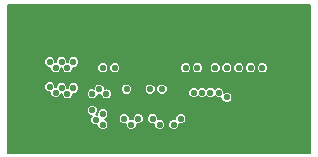
<source format=gbr>
G04 #@! TF.FileFunction,Copper,L2,Inr,Signal*
%FSLAX46Y46*%
G04 Gerber Fmt 4.6, Leading zero omitted, Abs format (unit mm)*
G04 Created by KiCad (PCBNEW 0.201502211246+5439~21~ubuntu14.04.1-product) date lör 21 feb 2015 23:28:31*
%MOMM*%
G01*
G04 APERTURE LIST*
%ADD10C,0.100000*%
%ADD11C,0.558800*%
%ADD12C,0.127000*%
G04 APERTURE END LIST*
D10*
D11*
X134000000Y-46100000D03*
X133700000Y-51400000D03*
X133100000Y-50900000D03*
X143300000Y-51000000D03*
X137900000Y-51000000D03*
X136100000Y-51400000D03*
X140300000Y-51000000D03*
X139700000Y-51400000D03*
X133400000Y-53400000D03*
X131500000Y-53300000D03*
X127500000Y-46600000D03*
X130500000Y-46600000D03*
X131000000Y-46100000D03*
X131500000Y-46600000D03*
X147000000Y-46600000D03*
X146500000Y-46100000D03*
X142500000Y-46100000D03*
X141500000Y-46100000D03*
X140000000Y-46100000D03*
X138500000Y-46600000D03*
X137000000Y-46600000D03*
X135500000Y-46600000D03*
X132200000Y-48400000D03*
X132800000Y-48800000D03*
X131600000Y-48800000D03*
X131900000Y-51000000D03*
X128000000Y-46100000D03*
X128500000Y-46600000D03*
X129000000Y-46100000D03*
X129500000Y-46600000D03*
X130000000Y-46100000D03*
X130000000Y-48300000D03*
X129500000Y-48800000D03*
X129000000Y-48300000D03*
X128500000Y-48700000D03*
X128000000Y-48200000D03*
X132500000Y-50500000D03*
X131600000Y-50200000D03*
X132500000Y-51400000D03*
X133500000Y-46600000D03*
X134900000Y-51400000D03*
X134500000Y-48400000D03*
X135500000Y-50900000D03*
X136500000Y-48400000D03*
X136700000Y-50900000D03*
X137500000Y-48400000D03*
X137300000Y-51400000D03*
X138500000Y-51400000D03*
X139500000Y-46600000D03*
X140500000Y-46600000D03*
X139100000Y-50900000D03*
X140200000Y-48700000D03*
X140900000Y-48700000D03*
X143000000Y-46600000D03*
X142000000Y-46600000D03*
X141600000Y-48700000D03*
X144000000Y-46600000D03*
X145000000Y-46600000D03*
X142300000Y-48700000D03*
X143000000Y-49100000D03*
X146000000Y-46600000D03*
X132500000Y-46600000D03*
X134300000Y-50900000D03*
D12*
G36*
X150009500Y-53759500D02*
X146469982Y-53759500D01*
X146469982Y-46506941D01*
X146398594Y-46334171D01*
X146266525Y-46201870D01*
X146093879Y-46130182D01*
X145906941Y-46130018D01*
X145734171Y-46201406D01*
X145601870Y-46333475D01*
X145530182Y-46506121D01*
X145530018Y-46693059D01*
X145601406Y-46865829D01*
X145733475Y-46998130D01*
X145906121Y-47069818D01*
X146093059Y-47069982D01*
X146265829Y-46998594D01*
X146398130Y-46866525D01*
X146469818Y-46693879D01*
X146469982Y-46506941D01*
X146469982Y-53759500D01*
X145469982Y-53759500D01*
X145469982Y-46506941D01*
X145398594Y-46334171D01*
X145266525Y-46201870D01*
X145093879Y-46130182D01*
X144906941Y-46130018D01*
X144734171Y-46201406D01*
X144601870Y-46333475D01*
X144530182Y-46506121D01*
X144530018Y-46693059D01*
X144601406Y-46865829D01*
X144733475Y-46998130D01*
X144906121Y-47069818D01*
X145093059Y-47069982D01*
X145265829Y-46998594D01*
X145398130Y-46866525D01*
X145469818Y-46693879D01*
X145469982Y-46506941D01*
X145469982Y-53759500D01*
X144469982Y-53759500D01*
X144469982Y-46506941D01*
X144398594Y-46334171D01*
X144266525Y-46201870D01*
X144093879Y-46130182D01*
X143906941Y-46130018D01*
X143734171Y-46201406D01*
X143601870Y-46333475D01*
X143530182Y-46506121D01*
X143530018Y-46693059D01*
X143601406Y-46865829D01*
X143733475Y-46998130D01*
X143906121Y-47069818D01*
X144093059Y-47069982D01*
X144265829Y-46998594D01*
X144398130Y-46866525D01*
X144469818Y-46693879D01*
X144469982Y-46506941D01*
X144469982Y-53759500D01*
X143469982Y-53759500D01*
X143469982Y-49006941D01*
X143469982Y-46506941D01*
X143398594Y-46334171D01*
X143266525Y-46201870D01*
X143093879Y-46130182D01*
X142906941Y-46130018D01*
X142734171Y-46201406D01*
X142601870Y-46333475D01*
X142530182Y-46506121D01*
X142530018Y-46693059D01*
X142601406Y-46865829D01*
X142733475Y-46998130D01*
X142906121Y-47069818D01*
X143093059Y-47069982D01*
X143265829Y-46998594D01*
X143398130Y-46866525D01*
X143469818Y-46693879D01*
X143469982Y-46506941D01*
X143469982Y-49006941D01*
X143398594Y-48834171D01*
X143266525Y-48701870D01*
X143093879Y-48630182D01*
X142906941Y-48630018D01*
X142769912Y-48686637D01*
X142769982Y-48606941D01*
X142698594Y-48434171D01*
X142566525Y-48301870D01*
X142469982Y-48261782D01*
X142469982Y-46506941D01*
X142398594Y-46334171D01*
X142266525Y-46201870D01*
X142093879Y-46130182D01*
X141906941Y-46130018D01*
X141734171Y-46201406D01*
X141601870Y-46333475D01*
X141530182Y-46506121D01*
X141530018Y-46693059D01*
X141601406Y-46865829D01*
X141733475Y-46998130D01*
X141906121Y-47069818D01*
X142093059Y-47069982D01*
X142265829Y-46998594D01*
X142398130Y-46866525D01*
X142469818Y-46693879D01*
X142469982Y-46506941D01*
X142469982Y-48261782D01*
X142393879Y-48230182D01*
X142206941Y-48230018D01*
X142034171Y-48301406D01*
X141949968Y-48385460D01*
X141866525Y-48301870D01*
X141693879Y-48230182D01*
X141506941Y-48230018D01*
X141334171Y-48301406D01*
X141249968Y-48385460D01*
X141166525Y-48301870D01*
X140993879Y-48230182D01*
X140969982Y-48230161D01*
X140969982Y-46506941D01*
X140898594Y-46334171D01*
X140766525Y-46201870D01*
X140593879Y-46130182D01*
X140406941Y-46130018D01*
X140234171Y-46201406D01*
X140101870Y-46333475D01*
X140030182Y-46506121D01*
X140030018Y-46693059D01*
X140101406Y-46865829D01*
X140233475Y-46998130D01*
X140406121Y-47069818D01*
X140593059Y-47069982D01*
X140765829Y-46998594D01*
X140898130Y-46866525D01*
X140969818Y-46693879D01*
X140969982Y-46506941D01*
X140969982Y-48230161D01*
X140806941Y-48230018D01*
X140634171Y-48301406D01*
X140549968Y-48385460D01*
X140466525Y-48301870D01*
X140293879Y-48230182D01*
X140106941Y-48230018D01*
X139969982Y-48286609D01*
X139969982Y-46506941D01*
X139898594Y-46334171D01*
X139766525Y-46201870D01*
X139593879Y-46130182D01*
X139406941Y-46130018D01*
X139234171Y-46201406D01*
X139101870Y-46333475D01*
X139030182Y-46506121D01*
X139030018Y-46693059D01*
X139101406Y-46865829D01*
X139233475Y-46998130D01*
X139406121Y-47069818D01*
X139593059Y-47069982D01*
X139765829Y-46998594D01*
X139898130Y-46866525D01*
X139969818Y-46693879D01*
X139969982Y-46506941D01*
X139969982Y-48286609D01*
X139934171Y-48301406D01*
X139801870Y-48433475D01*
X139730182Y-48606121D01*
X139730018Y-48793059D01*
X139801406Y-48965829D01*
X139933475Y-49098130D01*
X140106121Y-49169818D01*
X140293059Y-49169982D01*
X140465829Y-49098594D01*
X140550031Y-49014539D01*
X140633475Y-49098130D01*
X140806121Y-49169818D01*
X140993059Y-49169982D01*
X141165829Y-49098594D01*
X141250031Y-49014539D01*
X141333475Y-49098130D01*
X141506121Y-49169818D01*
X141693059Y-49169982D01*
X141865829Y-49098594D01*
X141950031Y-49014539D01*
X142033475Y-49098130D01*
X142206121Y-49169818D01*
X142393059Y-49169982D01*
X142530087Y-49113362D01*
X142530018Y-49193059D01*
X142601406Y-49365829D01*
X142733475Y-49498130D01*
X142906121Y-49569818D01*
X143093059Y-49569982D01*
X143265829Y-49498594D01*
X143398130Y-49366525D01*
X143469818Y-49193879D01*
X143469982Y-49006941D01*
X143469982Y-53759500D01*
X139569982Y-53759500D01*
X139569982Y-50806941D01*
X139498594Y-50634171D01*
X139366525Y-50501870D01*
X139193879Y-50430182D01*
X139006941Y-50430018D01*
X138834171Y-50501406D01*
X138701870Y-50633475D01*
X138630182Y-50806121D01*
X138630059Y-50945205D01*
X138593879Y-50930182D01*
X138406941Y-50930018D01*
X138234171Y-51001406D01*
X138101870Y-51133475D01*
X138030182Y-51306121D01*
X138030018Y-51493059D01*
X138101406Y-51665829D01*
X138233475Y-51798130D01*
X138406121Y-51869818D01*
X138593059Y-51869982D01*
X138765829Y-51798594D01*
X138898130Y-51666525D01*
X138969818Y-51493879D01*
X138969940Y-51354794D01*
X139006121Y-51369818D01*
X139193059Y-51369982D01*
X139365829Y-51298594D01*
X139498130Y-51166525D01*
X139569818Y-50993879D01*
X139569982Y-50806941D01*
X139569982Y-53759500D01*
X137969982Y-53759500D01*
X137969982Y-48306941D01*
X137898594Y-48134171D01*
X137766525Y-48001870D01*
X137593879Y-47930182D01*
X137406941Y-47930018D01*
X137234171Y-48001406D01*
X137101870Y-48133475D01*
X137030182Y-48306121D01*
X137030018Y-48493059D01*
X137101406Y-48665829D01*
X137233475Y-48798130D01*
X137406121Y-48869818D01*
X137593059Y-48869982D01*
X137765829Y-48798594D01*
X137898130Y-48666525D01*
X137969818Y-48493879D01*
X137969982Y-48306941D01*
X137969982Y-53759500D01*
X137769982Y-53759500D01*
X137769982Y-51306941D01*
X137698594Y-51134171D01*
X137566525Y-51001870D01*
X137393879Y-50930182D01*
X137206941Y-50930018D01*
X137169860Y-50945339D01*
X137169982Y-50806941D01*
X137098594Y-50634171D01*
X136969982Y-50505333D01*
X136969982Y-48306941D01*
X136898594Y-48134171D01*
X136766525Y-48001870D01*
X136593879Y-47930182D01*
X136406941Y-47930018D01*
X136234171Y-48001406D01*
X136101870Y-48133475D01*
X136030182Y-48306121D01*
X136030018Y-48493059D01*
X136101406Y-48665829D01*
X136233475Y-48798130D01*
X136406121Y-48869818D01*
X136593059Y-48869982D01*
X136765829Y-48798594D01*
X136898130Y-48666525D01*
X136969818Y-48493879D01*
X136969982Y-48306941D01*
X136969982Y-50505333D01*
X136966525Y-50501870D01*
X136793879Y-50430182D01*
X136606941Y-50430018D01*
X136434171Y-50501406D01*
X136301870Y-50633475D01*
X136230182Y-50806121D01*
X136230018Y-50993059D01*
X136301406Y-51165829D01*
X136433475Y-51298130D01*
X136606121Y-51369818D01*
X136793059Y-51369982D01*
X136830139Y-51354660D01*
X136830018Y-51493059D01*
X136901406Y-51665829D01*
X137033475Y-51798130D01*
X137206121Y-51869818D01*
X137393059Y-51869982D01*
X137565829Y-51798594D01*
X137698130Y-51666525D01*
X137769818Y-51493879D01*
X137769982Y-51306941D01*
X137769982Y-53759500D01*
X135969982Y-53759500D01*
X135969982Y-50806941D01*
X135898594Y-50634171D01*
X135766525Y-50501870D01*
X135593879Y-50430182D01*
X135406941Y-50430018D01*
X135234171Y-50501406D01*
X135101870Y-50633475D01*
X135030182Y-50806121D01*
X135030059Y-50945205D01*
X134993879Y-50930182D01*
X134969982Y-50930161D01*
X134969982Y-48306941D01*
X134898594Y-48134171D01*
X134766525Y-48001870D01*
X134593879Y-47930182D01*
X134406941Y-47930018D01*
X134234171Y-48001406D01*
X134101870Y-48133475D01*
X134030182Y-48306121D01*
X134030018Y-48493059D01*
X134101406Y-48665829D01*
X134233475Y-48798130D01*
X134406121Y-48869818D01*
X134593059Y-48869982D01*
X134765829Y-48798594D01*
X134898130Y-48666525D01*
X134969818Y-48493879D01*
X134969982Y-48306941D01*
X134969982Y-50930161D01*
X134806941Y-50930018D01*
X134769860Y-50945339D01*
X134769982Y-50806941D01*
X134698594Y-50634171D01*
X134566525Y-50501870D01*
X134393879Y-50430182D01*
X134206941Y-50430018D01*
X134034171Y-50501406D01*
X133969982Y-50565482D01*
X133969982Y-46506941D01*
X133898594Y-46334171D01*
X133766525Y-46201870D01*
X133593879Y-46130182D01*
X133406941Y-46130018D01*
X133234171Y-46201406D01*
X133101870Y-46333475D01*
X133030182Y-46506121D01*
X133030018Y-46693059D01*
X133101406Y-46865829D01*
X133233475Y-46998130D01*
X133406121Y-47069818D01*
X133593059Y-47069982D01*
X133765829Y-46998594D01*
X133898130Y-46866525D01*
X133969818Y-46693879D01*
X133969982Y-46506941D01*
X133969982Y-50565482D01*
X133901870Y-50633475D01*
X133830182Y-50806121D01*
X133830018Y-50993059D01*
X133901406Y-51165829D01*
X134033475Y-51298130D01*
X134206121Y-51369818D01*
X134393059Y-51369982D01*
X134430139Y-51354660D01*
X134430018Y-51493059D01*
X134501406Y-51665829D01*
X134633475Y-51798130D01*
X134806121Y-51869818D01*
X134993059Y-51869982D01*
X135165829Y-51798594D01*
X135298130Y-51666525D01*
X135369818Y-51493879D01*
X135369940Y-51354794D01*
X135406121Y-51369818D01*
X135593059Y-51369982D01*
X135765829Y-51298594D01*
X135898130Y-51166525D01*
X135969818Y-50993879D01*
X135969982Y-50806941D01*
X135969982Y-53759500D01*
X133269982Y-53759500D01*
X133269982Y-48706941D01*
X133198594Y-48534171D01*
X133066525Y-48401870D01*
X132969982Y-48361782D01*
X132969982Y-46506941D01*
X132898594Y-46334171D01*
X132766525Y-46201870D01*
X132593879Y-46130182D01*
X132406941Y-46130018D01*
X132234171Y-46201406D01*
X132101870Y-46333475D01*
X132030182Y-46506121D01*
X132030018Y-46693059D01*
X132101406Y-46865829D01*
X132233475Y-46998130D01*
X132406121Y-47069818D01*
X132593059Y-47069982D01*
X132765829Y-46998594D01*
X132898130Y-46866525D01*
X132969818Y-46693879D01*
X132969982Y-46506941D01*
X132969982Y-48361782D01*
X132893879Y-48330182D01*
X132706941Y-48330018D01*
X132669948Y-48345303D01*
X132669982Y-48306941D01*
X132598594Y-48134171D01*
X132466525Y-48001870D01*
X132293879Y-47930182D01*
X132106941Y-47930018D01*
X131934171Y-48001406D01*
X131801870Y-48133475D01*
X131730182Y-48306121D01*
X131730147Y-48345241D01*
X131693879Y-48330182D01*
X131506941Y-48330018D01*
X131334171Y-48401406D01*
X131201870Y-48533475D01*
X131130182Y-48706121D01*
X131130018Y-48893059D01*
X131201406Y-49065829D01*
X131333475Y-49198130D01*
X131506121Y-49269818D01*
X131693059Y-49269982D01*
X131865829Y-49198594D01*
X131998130Y-49066525D01*
X132069818Y-48893879D01*
X132069852Y-48854758D01*
X132106121Y-48869818D01*
X132293059Y-48869982D01*
X132330051Y-48854696D01*
X132330018Y-48893059D01*
X132401406Y-49065829D01*
X132533475Y-49198130D01*
X132706121Y-49269818D01*
X132893059Y-49269982D01*
X133065829Y-49198594D01*
X133198130Y-49066525D01*
X133269818Y-48893879D01*
X133269982Y-48706941D01*
X133269982Y-53759500D01*
X132969982Y-53759500D01*
X132969982Y-51306941D01*
X132898594Y-51134171D01*
X132766525Y-51001870D01*
X132641512Y-50949961D01*
X132765829Y-50898594D01*
X132898130Y-50766525D01*
X132969818Y-50593879D01*
X132969982Y-50406941D01*
X132898594Y-50234171D01*
X132766525Y-50101870D01*
X132593879Y-50030182D01*
X132406941Y-50030018D01*
X132234171Y-50101406D01*
X132101870Y-50233475D01*
X132030182Y-50406121D01*
X132030059Y-50545205D01*
X131993879Y-50530182D01*
X131934413Y-50530129D01*
X131998130Y-50466525D01*
X132069818Y-50293879D01*
X132069982Y-50106941D01*
X131998594Y-49934171D01*
X131866525Y-49801870D01*
X131693879Y-49730182D01*
X131506941Y-49730018D01*
X131334171Y-49801406D01*
X131201870Y-49933475D01*
X131130182Y-50106121D01*
X131130018Y-50293059D01*
X131201406Y-50465829D01*
X131333475Y-50598130D01*
X131506121Y-50669818D01*
X131565586Y-50669870D01*
X131501870Y-50733475D01*
X131430182Y-50906121D01*
X131430018Y-51093059D01*
X131501406Y-51265829D01*
X131633475Y-51398130D01*
X131806121Y-51469818D01*
X131993059Y-51469982D01*
X132030051Y-51454696D01*
X132030018Y-51493059D01*
X132101406Y-51665829D01*
X132233475Y-51798130D01*
X132406121Y-51869818D01*
X132593059Y-51869982D01*
X132765829Y-51798594D01*
X132898130Y-51666525D01*
X132969818Y-51493879D01*
X132969982Y-51306941D01*
X132969982Y-53759500D01*
X130469982Y-53759500D01*
X130469982Y-48206941D01*
X130469982Y-46006941D01*
X130398594Y-45834171D01*
X130266525Y-45701870D01*
X130093879Y-45630182D01*
X129906941Y-45630018D01*
X129734171Y-45701406D01*
X129601870Y-45833475D01*
X129530182Y-46006121D01*
X129530073Y-46130126D01*
X129469873Y-46130073D01*
X129469982Y-46006941D01*
X129398594Y-45834171D01*
X129266525Y-45701870D01*
X129093879Y-45630182D01*
X128906941Y-45630018D01*
X128734171Y-45701406D01*
X128601870Y-45833475D01*
X128530182Y-46006121D01*
X128530073Y-46130126D01*
X128469873Y-46130073D01*
X128469982Y-46006941D01*
X128398594Y-45834171D01*
X128266525Y-45701870D01*
X128093879Y-45630182D01*
X127906941Y-45630018D01*
X127734171Y-45701406D01*
X127601870Y-45833475D01*
X127530182Y-46006121D01*
X127530018Y-46193059D01*
X127601406Y-46365829D01*
X127733475Y-46498130D01*
X127906121Y-46569818D01*
X128030126Y-46569926D01*
X128030018Y-46693059D01*
X128101406Y-46865829D01*
X128233475Y-46998130D01*
X128406121Y-47069818D01*
X128593059Y-47069982D01*
X128765829Y-46998594D01*
X128898130Y-46866525D01*
X128969818Y-46693879D01*
X128969926Y-46569873D01*
X129030126Y-46569926D01*
X129030018Y-46693059D01*
X129101406Y-46865829D01*
X129233475Y-46998130D01*
X129406121Y-47069818D01*
X129593059Y-47069982D01*
X129765829Y-46998594D01*
X129898130Y-46866525D01*
X129969818Y-46693879D01*
X129969926Y-46569873D01*
X130093059Y-46569982D01*
X130265829Y-46498594D01*
X130398130Y-46366525D01*
X130469818Y-46193879D01*
X130469982Y-46006941D01*
X130469982Y-48206941D01*
X130398594Y-48034171D01*
X130266525Y-47901870D01*
X130093879Y-47830182D01*
X129906941Y-47830018D01*
X129734171Y-47901406D01*
X129601870Y-48033475D01*
X129530182Y-48206121D01*
X129530073Y-48330126D01*
X129469873Y-48330073D01*
X129469982Y-48206941D01*
X129398594Y-48034171D01*
X129266525Y-47901870D01*
X129093879Y-47830182D01*
X128906941Y-47830018D01*
X128734171Y-47901406D01*
X128601870Y-48033475D01*
X128530182Y-48206121D01*
X128530160Y-48230126D01*
X128469873Y-48230073D01*
X128469982Y-48106941D01*
X128398594Y-47934171D01*
X128266525Y-47801870D01*
X128093879Y-47730182D01*
X127906941Y-47730018D01*
X127734171Y-47801406D01*
X127601870Y-47933475D01*
X127530182Y-48106121D01*
X127530018Y-48293059D01*
X127601406Y-48465829D01*
X127733475Y-48598130D01*
X127906121Y-48669818D01*
X128030126Y-48669926D01*
X128030018Y-48793059D01*
X128101406Y-48965829D01*
X128233475Y-49098130D01*
X128406121Y-49169818D01*
X128593059Y-49169982D01*
X128765829Y-49098594D01*
X128898130Y-48966525D01*
X128969818Y-48793879D01*
X128969839Y-48769873D01*
X129030126Y-48769926D01*
X129030018Y-48893059D01*
X129101406Y-49065829D01*
X129233475Y-49198130D01*
X129406121Y-49269818D01*
X129593059Y-49269982D01*
X129765829Y-49198594D01*
X129898130Y-49066525D01*
X129969818Y-48893879D01*
X129969926Y-48769873D01*
X130093059Y-48769982D01*
X130265829Y-48698594D01*
X130398130Y-48566525D01*
X130469818Y-48393879D01*
X130469982Y-48206941D01*
X130469982Y-53759500D01*
X124490500Y-53759500D01*
X124490500Y-41240500D01*
X150009500Y-41240500D01*
X150009500Y-53759500D01*
X150009500Y-53759500D01*
G37*
X150009500Y-53759500D02*
X146469982Y-53759500D01*
X146469982Y-46506941D01*
X146398594Y-46334171D01*
X146266525Y-46201870D01*
X146093879Y-46130182D01*
X145906941Y-46130018D01*
X145734171Y-46201406D01*
X145601870Y-46333475D01*
X145530182Y-46506121D01*
X145530018Y-46693059D01*
X145601406Y-46865829D01*
X145733475Y-46998130D01*
X145906121Y-47069818D01*
X146093059Y-47069982D01*
X146265829Y-46998594D01*
X146398130Y-46866525D01*
X146469818Y-46693879D01*
X146469982Y-46506941D01*
X146469982Y-53759500D01*
X145469982Y-53759500D01*
X145469982Y-46506941D01*
X145398594Y-46334171D01*
X145266525Y-46201870D01*
X145093879Y-46130182D01*
X144906941Y-46130018D01*
X144734171Y-46201406D01*
X144601870Y-46333475D01*
X144530182Y-46506121D01*
X144530018Y-46693059D01*
X144601406Y-46865829D01*
X144733475Y-46998130D01*
X144906121Y-47069818D01*
X145093059Y-47069982D01*
X145265829Y-46998594D01*
X145398130Y-46866525D01*
X145469818Y-46693879D01*
X145469982Y-46506941D01*
X145469982Y-53759500D01*
X144469982Y-53759500D01*
X144469982Y-46506941D01*
X144398594Y-46334171D01*
X144266525Y-46201870D01*
X144093879Y-46130182D01*
X143906941Y-46130018D01*
X143734171Y-46201406D01*
X143601870Y-46333475D01*
X143530182Y-46506121D01*
X143530018Y-46693059D01*
X143601406Y-46865829D01*
X143733475Y-46998130D01*
X143906121Y-47069818D01*
X144093059Y-47069982D01*
X144265829Y-46998594D01*
X144398130Y-46866525D01*
X144469818Y-46693879D01*
X144469982Y-46506941D01*
X144469982Y-53759500D01*
X143469982Y-53759500D01*
X143469982Y-49006941D01*
X143469982Y-46506941D01*
X143398594Y-46334171D01*
X143266525Y-46201870D01*
X143093879Y-46130182D01*
X142906941Y-46130018D01*
X142734171Y-46201406D01*
X142601870Y-46333475D01*
X142530182Y-46506121D01*
X142530018Y-46693059D01*
X142601406Y-46865829D01*
X142733475Y-46998130D01*
X142906121Y-47069818D01*
X143093059Y-47069982D01*
X143265829Y-46998594D01*
X143398130Y-46866525D01*
X143469818Y-46693879D01*
X143469982Y-46506941D01*
X143469982Y-49006941D01*
X143398594Y-48834171D01*
X143266525Y-48701870D01*
X143093879Y-48630182D01*
X142906941Y-48630018D01*
X142769912Y-48686637D01*
X142769982Y-48606941D01*
X142698594Y-48434171D01*
X142566525Y-48301870D01*
X142469982Y-48261782D01*
X142469982Y-46506941D01*
X142398594Y-46334171D01*
X142266525Y-46201870D01*
X142093879Y-46130182D01*
X141906941Y-46130018D01*
X141734171Y-46201406D01*
X141601870Y-46333475D01*
X141530182Y-46506121D01*
X141530018Y-46693059D01*
X141601406Y-46865829D01*
X141733475Y-46998130D01*
X141906121Y-47069818D01*
X142093059Y-47069982D01*
X142265829Y-46998594D01*
X142398130Y-46866525D01*
X142469818Y-46693879D01*
X142469982Y-46506941D01*
X142469982Y-48261782D01*
X142393879Y-48230182D01*
X142206941Y-48230018D01*
X142034171Y-48301406D01*
X141949968Y-48385460D01*
X141866525Y-48301870D01*
X141693879Y-48230182D01*
X141506941Y-48230018D01*
X141334171Y-48301406D01*
X141249968Y-48385460D01*
X141166525Y-48301870D01*
X140993879Y-48230182D01*
X140969982Y-48230161D01*
X140969982Y-46506941D01*
X140898594Y-46334171D01*
X140766525Y-46201870D01*
X140593879Y-46130182D01*
X140406941Y-46130018D01*
X140234171Y-46201406D01*
X140101870Y-46333475D01*
X140030182Y-46506121D01*
X140030018Y-46693059D01*
X140101406Y-46865829D01*
X140233475Y-46998130D01*
X140406121Y-47069818D01*
X140593059Y-47069982D01*
X140765829Y-46998594D01*
X140898130Y-46866525D01*
X140969818Y-46693879D01*
X140969982Y-46506941D01*
X140969982Y-48230161D01*
X140806941Y-48230018D01*
X140634171Y-48301406D01*
X140549968Y-48385460D01*
X140466525Y-48301870D01*
X140293879Y-48230182D01*
X140106941Y-48230018D01*
X139969982Y-48286609D01*
X139969982Y-46506941D01*
X139898594Y-46334171D01*
X139766525Y-46201870D01*
X139593879Y-46130182D01*
X139406941Y-46130018D01*
X139234171Y-46201406D01*
X139101870Y-46333475D01*
X139030182Y-46506121D01*
X139030018Y-46693059D01*
X139101406Y-46865829D01*
X139233475Y-46998130D01*
X139406121Y-47069818D01*
X139593059Y-47069982D01*
X139765829Y-46998594D01*
X139898130Y-46866525D01*
X139969818Y-46693879D01*
X139969982Y-46506941D01*
X139969982Y-48286609D01*
X139934171Y-48301406D01*
X139801870Y-48433475D01*
X139730182Y-48606121D01*
X139730018Y-48793059D01*
X139801406Y-48965829D01*
X139933475Y-49098130D01*
X140106121Y-49169818D01*
X140293059Y-49169982D01*
X140465829Y-49098594D01*
X140550031Y-49014539D01*
X140633475Y-49098130D01*
X140806121Y-49169818D01*
X140993059Y-49169982D01*
X141165829Y-49098594D01*
X141250031Y-49014539D01*
X141333475Y-49098130D01*
X141506121Y-49169818D01*
X141693059Y-49169982D01*
X141865829Y-49098594D01*
X141950031Y-49014539D01*
X142033475Y-49098130D01*
X142206121Y-49169818D01*
X142393059Y-49169982D01*
X142530087Y-49113362D01*
X142530018Y-49193059D01*
X142601406Y-49365829D01*
X142733475Y-49498130D01*
X142906121Y-49569818D01*
X143093059Y-49569982D01*
X143265829Y-49498594D01*
X143398130Y-49366525D01*
X143469818Y-49193879D01*
X143469982Y-49006941D01*
X143469982Y-53759500D01*
X139569982Y-53759500D01*
X139569982Y-50806941D01*
X139498594Y-50634171D01*
X139366525Y-50501870D01*
X139193879Y-50430182D01*
X139006941Y-50430018D01*
X138834171Y-50501406D01*
X138701870Y-50633475D01*
X138630182Y-50806121D01*
X138630059Y-50945205D01*
X138593879Y-50930182D01*
X138406941Y-50930018D01*
X138234171Y-51001406D01*
X138101870Y-51133475D01*
X138030182Y-51306121D01*
X138030018Y-51493059D01*
X138101406Y-51665829D01*
X138233475Y-51798130D01*
X138406121Y-51869818D01*
X138593059Y-51869982D01*
X138765829Y-51798594D01*
X138898130Y-51666525D01*
X138969818Y-51493879D01*
X138969940Y-51354794D01*
X139006121Y-51369818D01*
X139193059Y-51369982D01*
X139365829Y-51298594D01*
X139498130Y-51166525D01*
X139569818Y-50993879D01*
X139569982Y-50806941D01*
X139569982Y-53759500D01*
X137969982Y-53759500D01*
X137969982Y-48306941D01*
X137898594Y-48134171D01*
X137766525Y-48001870D01*
X137593879Y-47930182D01*
X137406941Y-47930018D01*
X137234171Y-48001406D01*
X137101870Y-48133475D01*
X137030182Y-48306121D01*
X137030018Y-48493059D01*
X137101406Y-48665829D01*
X137233475Y-48798130D01*
X137406121Y-48869818D01*
X137593059Y-48869982D01*
X137765829Y-48798594D01*
X137898130Y-48666525D01*
X137969818Y-48493879D01*
X137969982Y-48306941D01*
X137969982Y-53759500D01*
X137769982Y-53759500D01*
X137769982Y-51306941D01*
X137698594Y-51134171D01*
X137566525Y-51001870D01*
X137393879Y-50930182D01*
X137206941Y-50930018D01*
X137169860Y-50945339D01*
X137169982Y-50806941D01*
X137098594Y-50634171D01*
X136969982Y-50505333D01*
X136969982Y-48306941D01*
X136898594Y-48134171D01*
X136766525Y-48001870D01*
X136593879Y-47930182D01*
X136406941Y-47930018D01*
X136234171Y-48001406D01*
X136101870Y-48133475D01*
X136030182Y-48306121D01*
X136030018Y-48493059D01*
X136101406Y-48665829D01*
X136233475Y-48798130D01*
X136406121Y-48869818D01*
X136593059Y-48869982D01*
X136765829Y-48798594D01*
X136898130Y-48666525D01*
X136969818Y-48493879D01*
X136969982Y-48306941D01*
X136969982Y-50505333D01*
X136966525Y-50501870D01*
X136793879Y-50430182D01*
X136606941Y-50430018D01*
X136434171Y-50501406D01*
X136301870Y-50633475D01*
X136230182Y-50806121D01*
X136230018Y-50993059D01*
X136301406Y-51165829D01*
X136433475Y-51298130D01*
X136606121Y-51369818D01*
X136793059Y-51369982D01*
X136830139Y-51354660D01*
X136830018Y-51493059D01*
X136901406Y-51665829D01*
X137033475Y-51798130D01*
X137206121Y-51869818D01*
X137393059Y-51869982D01*
X137565829Y-51798594D01*
X137698130Y-51666525D01*
X137769818Y-51493879D01*
X137769982Y-51306941D01*
X137769982Y-53759500D01*
X135969982Y-53759500D01*
X135969982Y-50806941D01*
X135898594Y-50634171D01*
X135766525Y-50501870D01*
X135593879Y-50430182D01*
X135406941Y-50430018D01*
X135234171Y-50501406D01*
X135101870Y-50633475D01*
X135030182Y-50806121D01*
X135030059Y-50945205D01*
X134993879Y-50930182D01*
X134969982Y-50930161D01*
X134969982Y-48306941D01*
X134898594Y-48134171D01*
X134766525Y-48001870D01*
X134593879Y-47930182D01*
X134406941Y-47930018D01*
X134234171Y-48001406D01*
X134101870Y-48133475D01*
X134030182Y-48306121D01*
X134030018Y-48493059D01*
X134101406Y-48665829D01*
X134233475Y-48798130D01*
X134406121Y-48869818D01*
X134593059Y-48869982D01*
X134765829Y-48798594D01*
X134898130Y-48666525D01*
X134969818Y-48493879D01*
X134969982Y-48306941D01*
X134969982Y-50930161D01*
X134806941Y-50930018D01*
X134769860Y-50945339D01*
X134769982Y-50806941D01*
X134698594Y-50634171D01*
X134566525Y-50501870D01*
X134393879Y-50430182D01*
X134206941Y-50430018D01*
X134034171Y-50501406D01*
X133969982Y-50565482D01*
X133969982Y-46506941D01*
X133898594Y-46334171D01*
X133766525Y-46201870D01*
X133593879Y-46130182D01*
X133406941Y-46130018D01*
X133234171Y-46201406D01*
X133101870Y-46333475D01*
X133030182Y-46506121D01*
X133030018Y-46693059D01*
X133101406Y-46865829D01*
X133233475Y-46998130D01*
X133406121Y-47069818D01*
X133593059Y-47069982D01*
X133765829Y-46998594D01*
X133898130Y-46866525D01*
X133969818Y-46693879D01*
X133969982Y-46506941D01*
X133969982Y-50565482D01*
X133901870Y-50633475D01*
X133830182Y-50806121D01*
X133830018Y-50993059D01*
X133901406Y-51165829D01*
X134033475Y-51298130D01*
X134206121Y-51369818D01*
X134393059Y-51369982D01*
X134430139Y-51354660D01*
X134430018Y-51493059D01*
X134501406Y-51665829D01*
X134633475Y-51798130D01*
X134806121Y-51869818D01*
X134993059Y-51869982D01*
X135165829Y-51798594D01*
X135298130Y-51666525D01*
X135369818Y-51493879D01*
X135369940Y-51354794D01*
X135406121Y-51369818D01*
X135593059Y-51369982D01*
X135765829Y-51298594D01*
X135898130Y-51166525D01*
X135969818Y-50993879D01*
X135969982Y-50806941D01*
X135969982Y-53759500D01*
X133269982Y-53759500D01*
X133269982Y-48706941D01*
X133198594Y-48534171D01*
X133066525Y-48401870D01*
X132969982Y-48361782D01*
X132969982Y-46506941D01*
X132898594Y-46334171D01*
X132766525Y-46201870D01*
X132593879Y-46130182D01*
X132406941Y-46130018D01*
X132234171Y-46201406D01*
X132101870Y-46333475D01*
X132030182Y-46506121D01*
X132030018Y-46693059D01*
X132101406Y-46865829D01*
X132233475Y-46998130D01*
X132406121Y-47069818D01*
X132593059Y-47069982D01*
X132765829Y-46998594D01*
X132898130Y-46866525D01*
X132969818Y-46693879D01*
X132969982Y-46506941D01*
X132969982Y-48361782D01*
X132893879Y-48330182D01*
X132706941Y-48330018D01*
X132669948Y-48345303D01*
X132669982Y-48306941D01*
X132598594Y-48134171D01*
X132466525Y-48001870D01*
X132293879Y-47930182D01*
X132106941Y-47930018D01*
X131934171Y-48001406D01*
X131801870Y-48133475D01*
X131730182Y-48306121D01*
X131730147Y-48345241D01*
X131693879Y-48330182D01*
X131506941Y-48330018D01*
X131334171Y-48401406D01*
X131201870Y-48533475D01*
X131130182Y-48706121D01*
X131130018Y-48893059D01*
X131201406Y-49065829D01*
X131333475Y-49198130D01*
X131506121Y-49269818D01*
X131693059Y-49269982D01*
X131865829Y-49198594D01*
X131998130Y-49066525D01*
X132069818Y-48893879D01*
X132069852Y-48854758D01*
X132106121Y-48869818D01*
X132293059Y-48869982D01*
X132330051Y-48854696D01*
X132330018Y-48893059D01*
X132401406Y-49065829D01*
X132533475Y-49198130D01*
X132706121Y-49269818D01*
X132893059Y-49269982D01*
X133065829Y-49198594D01*
X133198130Y-49066525D01*
X133269818Y-48893879D01*
X133269982Y-48706941D01*
X133269982Y-53759500D01*
X132969982Y-53759500D01*
X132969982Y-51306941D01*
X132898594Y-51134171D01*
X132766525Y-51001870D01*
X132641512Y-50949961D01*
X132765829Y-50898594D01*
X132898130Y-50766525D01*
X132969818Y-50593879D01*
X132969982Y-50406941D01*
X132898594Y-50234171D01*
X132766525Y-50101870D01*
X132593879Y-50030182D01*
X132406941Y-50030018D01*
X132234171Y-50101406D01*
X132101870Y-50233475D01*
X132030182Y-50406121D01*
X132030059Y-50545205D01*
X131993879Y-50530182D01*
X131934413Y-50530129D01*
X131998130Y-50466525D01*
X132069818Y-50293879D01*
X132069982Y-50106941D01*
X131998594Y-49934171D01*
X131866525Y-49801870D01*
X131693879Y-49730182D01*
X131506941Y-49730018D01*
X131334171Y-49801406D01*
X131201870Y-49933475D01*
X131130182Y-50106121D01*
X131130018Y-50293059D01*
X131201406Y-50465829D01*
X131333475Y-50598130D01*
X131506121Y-50669818D01*
X131565586Y-50669870D01*
X131501870Y-50733475D01*
X131430182Y-50906121D01*
X131430018Y-51093059D01*
X131501406Y-51265829D01*
X131633475Y-51398130D01*
X131806121Y-51469818D01*
X131993059Y-51469982D01*
X132030051Y-51454696D01*
X132030018Y-51493059D01*
X132101406Y-51665829D01*
X132233475Y-51798130D01*
X132406121Y-51869818D01*
X132593059Y-51869982D01*
X132765829Y-51798594D01*
X132898130Y-51666525D01*
X132969818Y-51493879D01*
X132969982Y-51306941D01*
X132969982Y-53759500D01*
X130469982Y-53759500D01*
X130469982Y-48206941D01*
X130469982Y-46006941D01*
X130398594Y-45834171D01*
X130266525Y-45701870D01*
X130093879Y-45630182D01*
X129906941Y-45630018D01*
X129734171Y-45701406D01*
X129601870Y-45833475D01*
X129530182Y-46006121D01*
X129530073Y-46130126D01*
X129469873Y-46130073D01*
X129469982Y-46006941D01*
X129398594Y-45834171D01*
X129266525Y-45701870D01*
X129093879Y-45630182D01*
X128906941Y-45630018D01*
X128734171Y-45701406D01*
X128601870Y-45833475D01*
X128530182Y-46006121D01*
X128530073Y-46130126D01*
X128469873Y-46130073D01*
X128469982Y-46006941D01*
X128398594Y-45834171D01*
X128266525Y-45701870D01*
X128093879Y-45630182D01*
X127906941Y-45630018D01*
X127734171Y-45701406D01*
X127601870Y-45833475D01*
X127530182Y-46006121D01*
X127530018Y-46193059D01*
X127601406Y-46365829D01*
X127733475Y-46498130D01*
X127906121Y-46569818D01*
X128030126Y-46569926D01*
X128030018Y-46693059D01*
X128101406Y-46865829D01*
X128233475Y-46998130D01*
X128406121Y-47069818D01*
X128593059Y-47069982D01*
X128765829Y-46998594D01*
X128898130Y-46866525D01*
X128969818Y-46693879D01*
X128969926Y-46569873D01*
X129030126Y-46569926D01*
X129030018Y-46693059D01*
X129101406Y-46865829D01*
X129233475Y-46998130D01*
X129406121Y-47069818D01*
X129593059Y-47069982D01*
X129765829Y-46998594D01*
X129898130Y-46866525D01*
X129969818Y-46693879D01*
X129969926Y-46569873D01*
X130093059Y-46569982D01*
X130265829Y-46498594D01*
X130398130Y-46366525D01*
X130469818Y-46193879D01*
X130469982Y-46006941D01*
X130469982Y-48206941D01*
X130398594Y-48034171D01*
X130266525Y-47901870D01*
X130093879Y-47830182D01*
X129906941Y-47830018D01*
X129734171Y-47901406D01*
X129601870Y-48033475D01*
X129530182Y-48206121D01*
X129530073Y-48330126D01*
X129469873Y-48330073D01*
X129469982Y-48206941D01*
X129398594Y-48034171D01*
X129266525Y-47901870D01*
X129093879Y-47830182D01*
X128906941Y-47830018D01*
X128734171Y-47901406D01*
X128601870Y-48033475D01*
X128530182Y-48206121D01*
X128530160Y-48230126D01*
X128469873Y-48230073D01*
X128469982Y-48106941D01*
X128398594Y-47934171D01*
X128266525Y-47801870D01*
X128093879Y-47730182D01*
X127906941Y-47730018D01*
X127734171Y-47801406D01*
X127601870Y-47933475D01*
X127530182Y-48106121D01*
X127530018Y-48293059D01*
X127601406Y-48465829D01*
X127733475Y-48598130D01*
X127906121Y-48669818D01*
X128030126Y-48669926D01*
X128030018Y-48793059D01*
X128101406Y-48965829D01*
X128233475Y-49098130D01*
X128406121Y-49169818D01*
X128593059Y-49169982D01*
X128765829Y-49098594D01*
X128898130Y-48966525D01*
X128969818Y-48793879D01*
X128969839Y-48769873D01*
X129030126Y-48769926D01*
X129030018Y-48893059D01*
X129101406Y-49065829D01*
X129233475Y-49198130D01*
X129406121Y-49269818D01*
X129593059Y-49269982D01*
X129765829Y-49198594D01*
X129898130Y-49066525D01*
X129969818Y-48893879D01*
X129969926Y-48769873D01*
X130093059Y-48769982D01*
X130265829Y-48698594D01*
X130398130Y-48566525D01*
X130469818Y-48393879D01*
X130469982Y-48206941D01*
X130469982Y-53759500D01*
X124490500Y-53759500D01*
X124490500Y-41240500D01*
X150009500Y-41240500D01*
X150009500Y-53759500D01*
M02*

</source>
